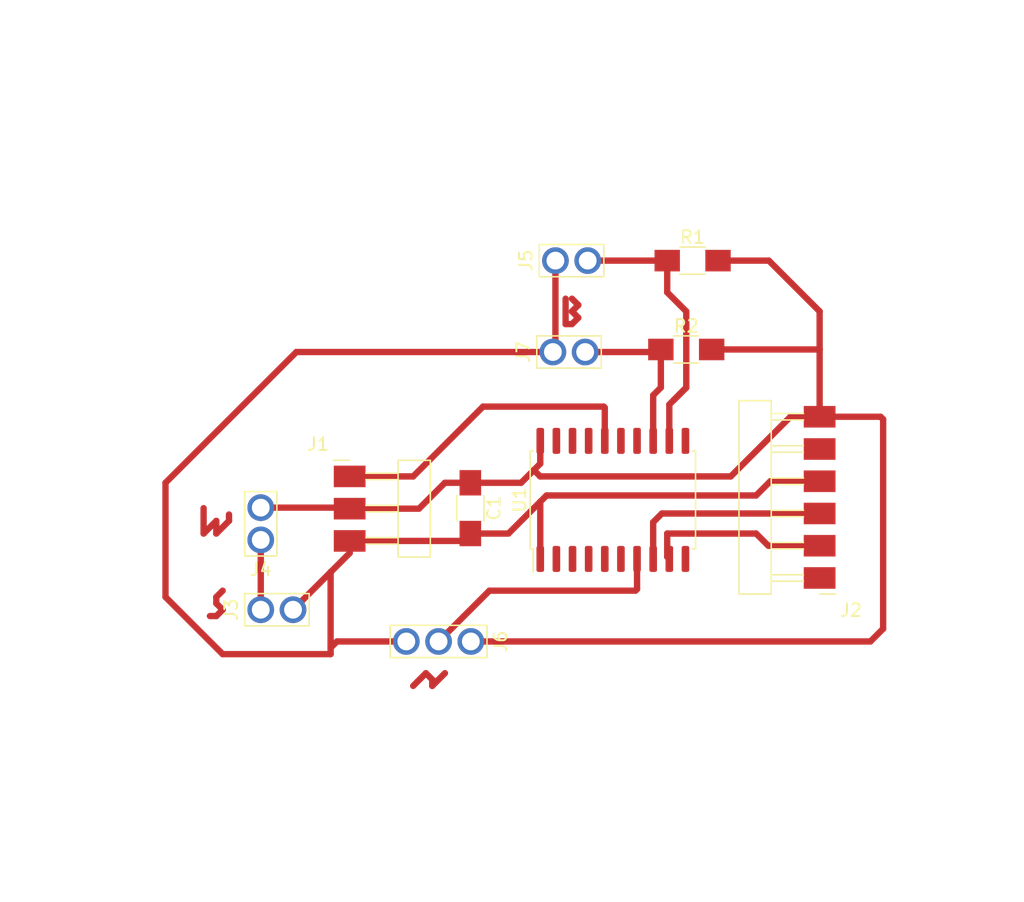
<source format=kicad_pcb>
(kicad_pcb (version 20211014) (generator pcbnew)
  (layers (0 "F.Cu" signal) (31 "B.Cu" signal) (34 "B.Paste" user) (35 "F.Paste" user) (36 "B.SilkS" user "B.Silkscreen") (37 "F.SilkS" user "F.Silkscreen") (38 "B.Mask" user) (39 "F.Mask" user) (44 "Edge.Cuts" user))
  (net 0 "")
  (net 1 "Net-(J1-Pad1)")
  (net 3 "Net-(J2-Pad2)")
  (net 4 "Net-(J2-Pad3)")
  (net 13 "Net-(C1-Pad1)")
  (net 19 "Net-(C1-Pad2)")
  (net 20 "Net-(J5-Pad2)")
  (net 21 "Net-(J3-Pad1)")
  (net 22 "Net-(J6-Pad2)")
  (net 23 "Net-(U1-Pad13)")
  (footprint "fab:C_1206" (layer "F.Cu") (at 130 94 -90)
    (fp_text reference "C1" (at 0 -1.85 90) (layer "F.SilkS"))
    (fp_text value "C")
    (fp_line (start 1 1.07) (end -1 1.07) (layer "F.SilkS") (width 0.12))
    (fp_line (start -1 -1.07) (end 1 -1.07) (layer "F.SilkS") (width 0.12))
    (pad "1" smd rect locked (at -2 0 270) (size 2 1.7) (layers "F.Cu" "F.Paste" "F.Mask") (net 13 "Net-(C1-Pad1)"))
    (pad "2" smd rect locked (at 2 0 270) (size 2 1.7) (layers "F.Cu" "F.Paste" "F.Mask") (net 19 "Net-(C1-Pad2)"))
  )
  (footprint "fab:PinHeader_1x02_P2.54mm_Vertical_THT_D1.4mm" (layer "F.Cu") (at 136.7 74.5 90)
    (fp_text reference "J5" (at 0 -2.33 90) (layer "F.SilkS"))
    (fp_text value "Conn_PinHeader_1x02_P2.54mm_Vertical_THT_D1.4mm")
    (fp_line (start 1.27 -1.27) (end 1.27 3.81) (layer "F.SilkS") (width 0.12))
    (fp_line (start -1.27 3.81) (end 1.27 3.81) (layer "F.SilkS") (width 0.12))
    (fp_line (start -1.27 -1.27) (end 1.27 -1.27) (layer "F.SilkS") (width 0.12))
    (fp_line (start -1.27 -1.27) (end -1.27 3.81) (layer "F.SilkS") (width 0.12))
    (pad "1" thru_hole circle locked (at 0 0 90) (size 2.1 2.1) (drill 1.4) (layers *.Cu *.Mask) (net 19 "Net-(C1-Pad2)"))
    (pad "2" thru_hole circle locked (at 0 2.54 90) (size 2.1 2.1) (drill 1.4) (layers *.Cu *.Mask) (net 20 "Net-(J5-Pad2)"))
  )
  (footprint "fab:PinHeader_1x03_P2.54mm_Vertical_THT_D1.4mm" (layer "F.Cu") (at 130.04 104.5 -90)
    (fp_text reference "J6" (at 0 -2.33 90) (layer "F.SilkS"))
    (fp_text value "Conn_PinHeader_1x03_P2.54mm_Vertical_THT_D1.4mm")
    (fp_line (start 1.27 -1.27) (end 1.27 6.35) (layer "F.SilkS") (width 0.12))
    (fp_line (start -1.27 -1.27) (end -1.27 6.35) (layer "F.SilkS") (width 0.12))
    (fp_line (start -1.27 6.35) (end 1.27 6.35) (layer "F.SilkS") (width 0.12))
    (fp_line (start -1.27 -1.27) (end 1.27 -1.27) (layer "F.SilkS") (width 0.12))
    (pad "1" thru_hole circle locked (at 0 0 270) (size 2.1 2.1) (drill 1.4) (layers *.Cu *.Mask) (net 13 "Net-(C1-Pad1)"))
    (pad "2" thru_hole circle locked (at 0 2.54 270) (size 2.1 2.1) (drill 1.4) (layers *.Cu *.Mask) (net 22 "Net-(J6-Pad2)"))
    (pad "3" thru_hole circle locked (at 0 5.08 270) (size 2.1 2.1) (drill 1.4) (layers *.Cu *.Mask) (net 19 "Net-(C1-Pad2)"))
  )
  (footprint "fab:R_1206" (layer "F.Cu") (at 147.5 74.5)
    (fp_text reference "R1" (at 0 -1.85) (layer "F.SilkS"))
    (fp_text value "R")
    (fp_line (start -1 -1.07) (end 1 -1.07) (layer "F.SilkS") (width 0.12))
    (fp_line (start 1 1.07) (end -1 1.07) (layer "F.SilkS") (width 0.12))
    (pad "1" smd rect locked (at -2 0) (size 2 1.7) (layers "F.Cu" "F.Paste" "F.Mask") (net 20 "Net-(J5-Pad2)"))
    (pad "2" smd rect locked (at 2 0) (size 2 1.7) (layers "F.Cu" "F.Paste" "F.Mask") (net 13 "Net-(C1-Pad1)"))
  )
  (footprint "fab:PinHeader_1x02_P2.54mm_Vertical_THT_D1.4mm" (layer "F.Cu") (at 113.5 96.5 180)
    (fp_text reference "J4" (at 0 -2.33) (layer "F.SilkS"))
    (fp_text value "Conn_PinHeader_1x02_P2.54mm_Vertical_THT_D1.4mm")
    (fp_line (start -1.27 3.81) (end 1.27 3.81) (layer "F.SilkS") (width 0.12))
    (fp_line (start -1.27 -1.27) (end -1.27 3.81) (layer "F.SilkS") (width 0.12))
    (fp_line (start 1.27 -1.27) (end 1.27 3.81) (layer "F.SilkS") (width 0.12))
    (fp_line (start -1.27 -1.27) (end 1.27 -1.27) (layer "F.SilkS") (width 0.12))
    (pad "1" thru_hole circle locked (at 0 0 180) (size 2.1 2.1) (drill 1.4) (layers *.Cu *.Mask) (net 21 "Net-(J3-Pad1)"))
    (pad "2" thru_hole circle locked (at 0 2.54 180) (size 2.1 2.1) (drill 1.4) (layers *.Cu *.Mask) (net 13 "Net-(C1-Pad1)"))
  )
  (footprint "fab:PinHeader_1x06_P2.54mm_Horizontal_SMD" (layer "F.Cu") (at 157.5 99.5 180)
    (fp_text reference "J2" (at -1.524 -2.54) (layer "F.SilkS") (effects (justify left)))
    (fp_text value "Conn_PinHeader_1x06_P2.54mm_Horizontal_SMD")
    (fp_line (start 3.81 -0.254) (end 1.27 -0.254) (layer "F.SilkS") (width 0.12))
    (fp_line (start 3.81 2.794) (end 1.27 2.794) (layer "F.SilkS") (width 0.12))
    (fp_line (start 3.81 13.97) (end 3.81 -1.27) (layer "F.SilkS") (width 0.12))
    (fp_line (start 3.81 10.414) (end 1.27 10.414) (layer "F.SilkS") (width 0.12))
    (fp_line (start 3.81 7.874) (end 1.27 7.874) (layer "F.SilkS") (width 0.12))
    (fp_line (start 3.81 7.366) (end 1.27 7.366) (layer "F.SilkS") (width 0.12))
    (fp_line (start -1.27 -1.27) (end 0 -1.27) (layer "F.SilkS") (width 0.12))
    (fp_line (start 3.81 12.954) (end 1.27 12.954) (layer "F.SilkS") (width 0.12))
    (fp_line (start 3.81 2.286) (end 1.27 2.286) (layer "F.SilkS") (width 0.12))
    (fp_line (start 6.35 13.97) (end 3.81 13.97) (layer "F.SilkS") (width 0.12))
    (fp_line (start 3.81 12.446) (end 1.27 12.446) (layer "F.SilkS") (width 0.12))
    (fp_line (start 3.81 9.906) (end 1.27 9.906) (layer "F.SilkS") (width 0.12))
    (fp_line (start 6.35 -1.27) (end 6.35 13.97) (layer "F.SilkS") (width 0.12))
    (fp_line (start 3.81 5.334) (end 1.27 5.334) (layer "F.SilkS") (width 0.12))
    (fp_line (start 3.81 0.254) (end 1.27 0.254) (layer "F.SilkS") (width 0.12))
    (fp_line (start 3.81 -1.27) (end 6.35 -1.27) (layer "F.SilkS") (width 0.12))
    (fp_line (start 3.81 4.826) (end 1.27 4.826) (layer "F.SilkS") (width 0.12))
    (pad "1" smd rect locked (at 0 0 180) (size 2.5 1.7) (layers "F.Cu" "F.Paste" "F.Mask"))
    (pad "2" smd rect locked (at 0 2.54 180) (size 2.5 1.7) (layers "F.Cu" "F.Paste" "F.Mask") (net 3 "Net-(J2-Pad2)"))
    (pad "3" smd rect locked (at 0 5.08 180) (size 2.5 1.7) (layers "F.Cu" "F.Paste" "F.Mask") (net 4 "Net-(J2-Pad3)"))
    (pad "4" smd rect locked (at 0 7.62 180) (size 2.5 1.7) (layers "F.Cu" "F.Paste" "F.Mask") (net 19 "Net-(C1-Pad2)"))
    (pad "5" smd rect locked (at 0 10.16 180) (size 2.5 1.7) (layers "F.Cu" "F.Paste" "F.Mask"))
    (pad "6" smd rect locked (at 0 12.7 180) (size 2.5 1.7) (layers "F.Cu" "F.Paste" "F.Mask") (net 13 "Net-(C1-Pad1)"))
  )
  (footprint "Package_SO:SOIC-20W_7.5x12.8mm_P1.27mm" (layer "F.Cu") (at 141.22 93.35 90)
    (fp_text reference "U1" (at 0 -7.35 90) (layer "F.SilkS"))
    (fp_text value "ATtiny1616-S")
    (fp_line (start 3.86 -6.51) (end 3.86 -6.275) (layer "F.SilkS") (width 0.12))
    (fp_line (start 0 -6.51) (end 3.86 -6.51) (layer "F.SilkS") (width 0.12))
    (fp_line (start 3.86 6.51) (end 3.86 6.275) (layer "F.SilkS") (width 0.12))
    (fp_line (start 0 -6.51) (end -3.86 -6.51) (layer "F.SilkS") (width 0.12))
    (fp_line (start 0 6.51) (end 3.86 6.51) (layer "F.SilkS") (width 0.12))
    (fp_line (start -3.86 6.51) (end -3.86 6.275) (layer "F.SilkS") (width 0.12))
    (fp_line (start -3.86 -6.275) (end -5.675 -6.275) (layer "F.SilkS") (width 0.12))
    (fp_line (start 0 6.51) (end -3.86 6.51) (layer "F.SilkS") (width 0.12))
    (fp_line (start -3.86 -6.51) (end -3.86 -6.275) (layer "F.SilkS") (width 0.12))
    (pad "1" smd roundrect (at -4.65 -5.715 90) (size 2.05 0.6) (layers "F.Cu" "F.Paste" "F.Mask") (net 19 "Net-(C1-Pad2)"))
    (pad "2" smd roundrect (at -4.65 -4.445 90) (size 2.05 0.6) (layers "F.Cu" "F.Paste" "F.Mask"))
    (pad "3" smd roundrect (at -4.65 -3.175 90) (size 2.05 0.6) (layers "F.Cu" "F.Paste" "F.Mask"))
    (pad "4" smd roundrect (at -4.65 -1.905 90) (size 2.05 0.6) (layers "F.Cu" "F.Paste" "F.Mask"))
    (pad "5" smd roundrect (at -4.65 -0.635 90) (size 2.05 0.6) (layers "F.Cu" "F.Paste" "F.Mask"))
    (pad "6" smd roundrect (at -4.65 0.635 90) (size 2.05 0.6) (layers "F.Cu" "F.Paste" "F.Mask"))
    (pad "7" smd roundrect (at -4.65 1.905 90) (size 2.05 0.6) (layers "F.Cu" "F.Paste" "F.Mask") (net 22 "Net-(J6-Pad2)"))
    (pad "8" smd roundrect (at -4.65 3.175 90) (size 2.05 0.6) (layers "F.Cu" "F.Paste" "F.Mask") (net 4 "Net-(J2-Pad3)"))
    (pad "9" smd roundrect (at -4.65 4.445 90) (size 2.05 0.6) (layers "F.Cu" "F.Paste" "F.Mask") (net 3 "Net-(J2-Pad2)"))
    (pad "10" smd roundrect (at -4.65 5.715 90) (size 2.05 0.6) (layers "F.Cu" "F.Paste" "F.Mask"))
    (pad "11" smd roundrect (at 4.65 5.715 90) (size 2.05 0.6) (layers "F.Cu" "F.Paste" "F.Mask"))
    (pad "12" smd roundrect (at 4.65 4.445 90) (size 2.05 0.6) (layers "F.Cu" "F.Paste" "F.Mask") (net 20 "Net-(J5-Pad2)"))
    (pad "13" smd roundrect (at 4.65 3.175 90) (size 2.05 0.6) (layers "F.Cu" "F.Paste" "F.Mask") (net 23 "Net-(U1-Pad13)"))
    (pad "14" smd roundrect (at 4.65 1.905 90) (size 2.05 0.6) (layers "F.Cu" "F.Paste" "F.Mask"))
    (pad "15" smd roundrect (at 4.65 0.635 90) (size 2.05 0.6) (layers "F.Cu" "F.Paste" "F.Mask"))
    (pad "16" smd roundrect (at 4.65 -0.635 90) (size 2.05 0.6) (layers "F.Cu" "F.Paste" "F.Mask") (net 1 "Net-(J1-Pad1)"))
    (pad "17" smd roundrect (at 4.65 -1.905 90) (size 2.05 0.6) (layers "F.Cu" "F.Paste" "F.Mask"))
    (pad "18" smd roundrect (at 4.65 -3.175 90) (size 2.05 0.6) (layers "F.Cu" "F.Paste" "F.Mask"))
    (pad "19" smd roundrect (at 4.65 -4.445 90) (size 2.05 0.6) (layers "F.Cu" "F.Paste" "F.Mask"))
    (pad "20" smd roundrect (at 4.65 -5.715 90) (size 2.05 0.6) (layers "F.Cu" "F.Paste" "F.Mask") (net 13 "Net-(C1-Pad1)"))
  )
  (footprint "fab:PinHeader_1x03_P2.54mm_Horizontal_SMD" (layer "F.Cu") (at 120.5 91.5)
    (fp_text reference "J1" (at -1.524 -2.54) (layer "F.SilkS") (effects (justify right)))
    (fp_text value "Conn_PinHeader_1x03_P2.54mm_Horizontal_SMD")
    (fp_line (start 6.35 -1.27) (end 6.35 6.35) (layer "F.SilkS") (width 0.12))
    (fp_line (start -1.27 -1.27) (end 0 -1.27) (layer "F.SilkS") (width 0.12))
    (fp_line (start 3.81 4.826) (end 1.27 4.826) (layer "F.SilkS") (width 0.12))
    (fp_line (start 3.81 -1.27) (end 6.35 -1.27) (layer "F.SilkS") (width 0.12))
    (fp_line (start 3.81 -0.254) (end 1.27 -0.254) (layer "F.SilkS") (width 0.12))
    (fp_line (start 3.81 6.35) (end 3.81 -1.27) (layer "F.SilkS") (width 0.12))
    (fp_line (start 3.81 5.334) (end 1.27 5.334) (layer "F.SilkS") (width 0.12))
    (fp_line (start 6.35 6.35) (end 3.81 6.35) (layer "F.SilkS") (width 0.12))
    (fp_line (start 3.81 2.794) (end 1.27 2.794) (layer "F.SilkS") (width 0.12))
    (fp_line (start 3.81 0.254) (end 1.27 0.254) (layer "F.SilkS") (width 0.12))
    (fp_line (start 3.81 2.286) (end 1.27 2.286) (layer "F.SilkS") (width 0.12))
    (pad "1" smd rect locked (at 0 0) (size 2.5 1.7) (layers "F.Cu" "F.Paste" "F.Mask") (net 1 "Net-(J1-Pad1)"))
    (pad "2" smd rect locked (at 0 2.54) (size 2.5 1.7) (layers "F.Cu" "F.Paste" "F.Mask") (net 13 "Net-(C1-Pad1)"))
    (pad "3" smd rect locked (at 0 5.08) (size 2.5 1.7) (layers "F.Cu" "F.Paste" "F.Mask") (net 19 "Net-(C1-Pad2)"))
  )
  (footprint "fab:PinHeader_1x02_P2.54mm_Vertical_THT_D1.4mm" (layer "F.Cu") (at 113.5 102 90)
    (fp_text reference "J3" (at 0 -2.33 90) (layer "F.SilkS"))
    (fp_text value "Conn_PinHeader_1x02_P2.54mm_Vertical_THT_D1.4mm")
    (fp_line (start -1.27 3.81) (end 1.27 3.81) (layer "F.SilkS") (width 0.12))
    (fp_line (start -1.27 -1.27) (end -1.27 3.81) (layer "F.SilkS") (width 0.12))
    (fp_line (start -1.27 -1.27) (end 1.27 -1.27) (layer "F.SilkS") (width 0.12))
    (fp_line (start 1.27 -1.27) (end 1.27 3.81) (layer "F.SilkS") (width 0.12))
    (pad "1" thru_hole circle locked (at 0 0 90) (size 2.1 2.1) (drill 1.4) (layers *.Cu *.Mask) (net 21 "Net-(J3-Pad1)"))
    (pad "2" thru_hole circle locked (at 0 2.54 90) (size 2.1 2.1) (drill 1.4) (layers *.Cu *.Mask) (net 19 "Net-(C1-Pad2)"))
  )
  (footprint "fab:R_1206" (layer "F.Cu") (at 147 81.5)
    (fp_text reference "R2" (at 0 -1.85) (layer "F.SilkS"))
    (fp_text value "R")
    (fp_line (start 1 1.07) (end -1 1.07) (layer "F.SilkS") (width 0.12))
    (fp_line (start -1 -1.07) (end 1 -1.07) (layer "F.SilkS") (width 0.12))
    (pad "1" smd rect locked (at -2 0) (size 2 1.7) (layers "F.Cu" "F.Paste" "F.Mask") (net 23 "Net-(U1-Pad13)"))
    (pad "2" smd rect locked (at 2 0) (size 2 1.7) (layers "F.Cu" "F.Paste" "F.Mask") (net 13 "Net-(C1-Pad1)"))
  )
  (footprint "fab:PinHeader_1x02_P2.54mm_Vertical_THT_D1.4mm" (layer "F.Cu") (at 136.5 81.7 90)
    (fp_text reference "J7" (at 0 -2.33 90) (layer "F.SilkS"))
    (fp_text value "Conn_PinHeader_1x02_P2.54mm_Vertical_THT_D1.4mm")
    (fp_line (start -1.27 -1.27) (end 1.27 -1.27) (layer "F.SilkS") (width 0.12))
    (fp_line (start 1.27 -1.27) (end 1.27 3.81) (layer "F.SilkS") (width 0.12))
    (fp_line (start -1.27 -1.27) (end -1.27 3.81) (layer "F.SilkS") (width 0.12))
    (fp_line (start -1.27 3.81) (end 1.27 3.81) (layer "F.SilkS") (width 0.12))
    (pad "1" thru_hole circle locked (at 0 0 90) (size 2.1 2.1) (drill 1.4) (layers *.Cu *.Mask) (net 19 "Net-(C1-Pad2)"))
    (pad "2" thru_hole circle locked (at 0 2.54 90) (size 2.1 2.1) (drill 1.4) (layers *.Cu *.Mask) (net 23 "Net-(U1-Pad13)"))
  )
  (segment (start 110 95) (end 110 96) (width 0.5) (layer "F.Cu") (net 0))
  (segment (start 110.5 100.5) (end 110 101) (width 0.5) (layer "F.Cu") (net 0))
  (segment (start 137.5 77.5) (end 137.5 79.5) (width 0.5) (layer "F.Cu") (net 0))
  (segment (start 138 79.5) (end 138.5 79) (width 0.5) (layer "F.Cu") (net 0))
  (segment (start 125.5 108) (end 126.5 107) (width 0.5) (layer "F.Cu") (net 0))
  (segment (start 110 101.5) (end 110.5 102) (width 0.5) (layer "F.Cu") (net 0))
  (segment (start 126.5 107) (end 127 107.5) (width 0.5) (layer "F.Cu") (net 0))
  (segment (start 127 108) (end 128 107) (width 0.5) (layer "F.Cu") (net 0))
  (segment (start 109 96) (end 110 95) (width 0.5) (layer "F.Cu") (net 0))
  (segment (start 111 95) (end 111 94.5) (width 0.5) (layer "F.Cu") (net 0))
  (segment (start 138.5 78) (end 138 77.5) (width 0.5) (layer "F.Cu") (net 0))
  (segment (start 137.5 79.5) (end 138 79.5) (width 0.5) (layer "F.Cu") (net 0))
  (segment (start 110 101) (end 110 101.5) (width 0.5) (layer "F.Cu") (net 0))
  (segment (start 110 102.5) (end 109.5 102.5) (width 0.5) (layer "F.Cu") (net 0))
  (segment (start 127 107.5) (end 127 108) (width 0.5) (layer "F.Cu") (net 0))
  (segment (start 110.5 102) (end 110 102.5) (width 0.5) (layer "F.Cu") (net 0))
  (segment (start 110 96) (end 111 95) (width 0.5) (layer "F.Cu") (net 0))
  (segment (start 138 78.5) (end 138.5 78) (width 0.5) (layer "F.Cu") (net 0))
  (segment (start 109 94) (end 109 96) (width 0.5) (layer "F.Cu") (net 0))
  (segment (start 138.5 79) (end 138 78.5) (width 0.5) (layer "F.Cu") (net 0))
  (segment (start 140.5 86) (end 140.585 86.085) (width 0.5) (layer "F.Cu") (net 1))
  (segment (start 140.585 86.085) (end 140.585 88.7) (width 0.5) (layer "F.Cu") (net 1))
  (segment (start 131 86) (end 140.5 86) (width 0.5) (layer "F.Cu") (net 1))
  (segment (start 125.5 91.5) (end 131 86) (width 0.5) (layer "F.Cu") (net 1))
  (segment (start 120.5 91.5) (end 125.5 91.5) (width 0.5) (layer "F.Cu") (net 1))
  (segment (start 152.5 96) (end 145.5 96) (width 0.5) (layer "F.Cu") (net 3))
  (segment (start 145.5 97.835) (end 145.665 98) (width 0.5) (layer "F.Cu") (net 3))
  (segment (start 157.5 96.96) (end 153.46 96.96) (width 0.5) (layer "F.Cu") (net 3))
  (segment (start 145.5 96) (end 145.5 97.835) (width 0.5) (layer "F.Cu") (net 3))
  (segment (start 153.46 96.96) (end 152.5 96) (width 0.5) (layer "F.Cu") (net 3))
  (segment (start 145.08 94.42) (end 144.395 95.105) (width 0.5) (layer "F.Cu") (net 4))
  (segment (start 144.395 95.105) (end 144.395 98) (width 0.5) (layer "F.Cu") (net 4))
  (segment (start 157.5 94.42) (end 145.08 94.42) (width 0.5) (layer "F.Cu") (net 4))
  (segment (start 134 92) (end 135 91) (width 0.5) (layer "F.Cu") (net 13))
  (segment (start 130.04 104.5) (end 161.5 104.5) (width 0.5) (layer "F.Cu") (net 13))
  (segment (start 120.5 94.04) (end 125.96 94.04) (width 0.5) (layer "F.Cu") (net 13))
  (segment (start 161.5 104.5) (end 162.5 103.5) (width 0.5) (layer "F.Cu") (net 13))
  (segment (start 113.5 93.96) (end 120.42 93.96) (width 0.5) (layer "F.Cu") (net 13))
  (segment (start 128 92) (end 130 92) (width 0.5) (layer "F.Cu") (net 13))
  (segment (start 157.5 81.5) (end 157.5 86.8) (width 0.5) (layer "F.Cu") (net 13))
  (segment (start 157.5 86.8) (end 155.7 86.8) (width 0.5) (layer "F.Cu") (net 13))
  (segment (start 149.5 74.5) (end 153.5 74.5) (width 0.5) (layer "F.Cu") (net 13))
  (segment (start 162.3 86.8) (end 157.5 86.8) (width 0.5) (layer "F.Cu") (net 13))
  (segment (start 149 81.5) (end 157.5 81.5) (width 0.5) (layer "F.Cu") (net 13))
  (segment (start 155.2 86.8) (end 150.5 91.5) (width 0.5) (layer "F.Cu") (net 13))
  (segment (start 153.5 74.5) (end 157.5 78.5) (width 0.5) (layer "F.Cu") (net 13))
  (segment (start 162.5 87) (end 162.3 86.8) (width 0.5) (layer "F.Cu") (net 13))
  (segment (start 135.505 90.495) (end 135.505 88.7) (width 0.5) (layer "F.Cu") (net 13))
  (segment (start 150.5 91.5) (end 135.5 91.5) (width 0.5) (layer "F.Cu") (net 13))
  (segment (start 157.5 78.5) (end 157.5 81.5) (width 0.5) (layer "F.Cu") (net 13))
  (segment (start 120.42 93.96) (end 120.5 94.04) (width 0.5) (layer "F.Cu") (net 13))
  (segment (start 135 91) (end 135.505 90.495) (width 0.5) (layer "F.Cu") (net 13))
  (segment (start 130 92) (end 134 92) (width 0.5) (layer "F.Cu") (net 13))
  (segment (start 162.5 103.5) (end 162.5 87) (width 0.5) (layer "F.Cu") (net 13))
  (segment (start 125.96 94.04) (end 128 92) (width 0.5) (layer "F.Cu") (net 13))
  (segment (start 135.5 91.5) (end 135 91) (width 0.5) (layer "F.Cu") (net 13))
  (segment (start 155.7 86.8) (end 155.2 86.8) (width 0.5) (layer "F.Cu") (net 13))
  (segment (start 130 96) (end 133 96) (width 0.5) (layer "F.Cu") (net 19))
  (segment (start 135.505 98) (end 135.505 98.495) (width 0.5) (layer "F.Cu") (net 19))
  (segment (start 116.04 102) (end 119.02 99.02) (width 0.5) (layer "F.Cu") (net 19))
  (segment (start 119 99.04) (end 119 105) (width 0.5) (layer "F.Cu") (net 19))
  (segment (start 120.5 97.54) (end 120.5 96.58) (width 0.5) (layer "F.Cu") (net 19))
  (segment (start 120.5 96.58) (end 129.42 96.58) (width 0.5) (layer "F.Cu") (net 19))
  (segment (start 136.7 81.5) (end 136.5 81.7) (width 0.5) (layer "F.Cu") (net 19))
  (segment (start 119 105) (end 119 105.5) (width 0.5) (layer "F.Cu") (net 19))
  (segment (start 136 93) (end 152.5 93) (width 0.5) (layer "F.Cu") (net 19))
  (segment (start 106 101) (end 106 92) (width 0.5) (layer "F.Cu") (net 19))
  (segment (start 119 105.5) (end 110.5 105.5) (width 0.5) (layer "F.Cu") (net 19))
  (segment (start 135.5 93.5) (end 136 93) (width 0.5) (layer "F.Cu") (net 19))
  (segment (start 106 92) (end 116.3 81.7) (width 0.5) (layer "F.Cu") (net 19))
  (segment (start 129.42 96.58) (end 130 96) (width 0.5) (layer "F.Cu") (net 19))
  (segment (start 135.505 98) (end 135.505 93.505) (width 0.5) (layer "F.Cu") (net 19))
  (segment (start 153.62 91.88) (end 157.5 91.88) (width 0.5) (layer "F.Cu") (net 19))
  (segment (start 152.5 93) (end 153.62 91.88) (width 0.5) (layer "F.Cu") (net 19))
  (segment (start 119.02 99.02) (end 119 99.04) (width 0.5) (layer "F.Cu") (net 19))
  (segment (start 136.7 74.5) (end 136.7 81.5) (width 0.5) (layer "F.Cu") (net 19))
  (segment (start 116.3 81.7) (end 136.5 81.7) (width 0.5) (layer "F.Cu") (net 19))
  (segment (start 119.5 104.5) (end 124.96 104.5) (width 0.5) (layer "F.Cu") (net 19))
  (segment (start 110.5 105.5) (end 106 101) (width 0.5) (layer "F.Cu") (net 19))
  (segment (start 119.02 99.02) (end 120.5 97.54) (width 0.5) (layer "F.Cu") (net 19))
  (segment (start 133 96) (end 135.5 93.5) (width 0.5) (layer "F.Cu") (net 19))
  (segment (start 135.505 98.495) (end 135.5 98.5) (width 0.5) (layer "F.Cu") (net 19))
  (segment (start 119 105) (end 119.5 104.5) (width 0.5) (layer "F.Cu") (net 19))
  (segment (start 135.505 93.505) (end 135.5 93.5) (width 0.5) (layer "F.Cu") (net 19))
  (segment (start 145.5 74.5) (end 145.5 77) (width 0.5) (layer "F.Cu") (net 20))
  (segment (start 147 84.5) (end 146.5 85) (width 0.5) (layer "F.Cu") (net 20))
  (segment (start 147 78.5) (end 147 84.5) (width 0.5) (layer "F.Cu") (net 20))
  (segment (start 146.5 85) (end 146 85.5) (width 0.5) (layer "F.Cu") (net 20))
  (segment (start 145.5 77) (end 147 78.5) (width 0.5) (layer "F.Cu") (net 20))
  (segment (start 139.24 74.5) (end 145.5 74.5) (width 0.5) (layer "F.Cu") (net 20))
  (segment (start 145.665 88.7) (end 145.665 85.835) (width 0.5) (layer "F.Cu") (net 20))
  (segment (start 145.665 85.835) (end 147 84.5) (width 0.5) (layer "F.Cu") (net 20))
  (segment (start 113.5 96.5) (end 113.5 102) (width 0.5) (layer "F.Cu") (net 21))
  (segment (start 127.5 104.5) (end 131.5 100.5) (width 0.5) (layer "F.Cu") (net 22))
  (segment (start 143.125 100.375) (end 143.125 98) (width 0.5) (layer "F.Cu") (net 22))
  (segment (start 131.5 100.5) (end 143 100.5) (width 0.5) (layer "F.Cu") (net 22))
  (segment (start 143 100.5) (end 143.125 100.375) (width 0.5) (layer "F.Cu") (net 22))
  (segment (start 145 81.5) (end 145 84.5) (width 0.5) (layer "F.Cu") (net 23))
  (segment (start 139.04 81.7) (end 144.8 81.7) (width 0.5) (layer "F.Cu") (net 23))
  (segment (start 144.8 81.7) (end 145 81.5) (width 0.5) (layer "F.Cu") (net 23))
  (segment (start 144.395 85.105) (end 144.395 88.7) (width 0.5) (layer "F.Cu") (net 23))
  (segment (start 145 84.5) (end 144.395 85.105) (width 0.5) (layer "F.Cu") (net 23))
)
</source>
